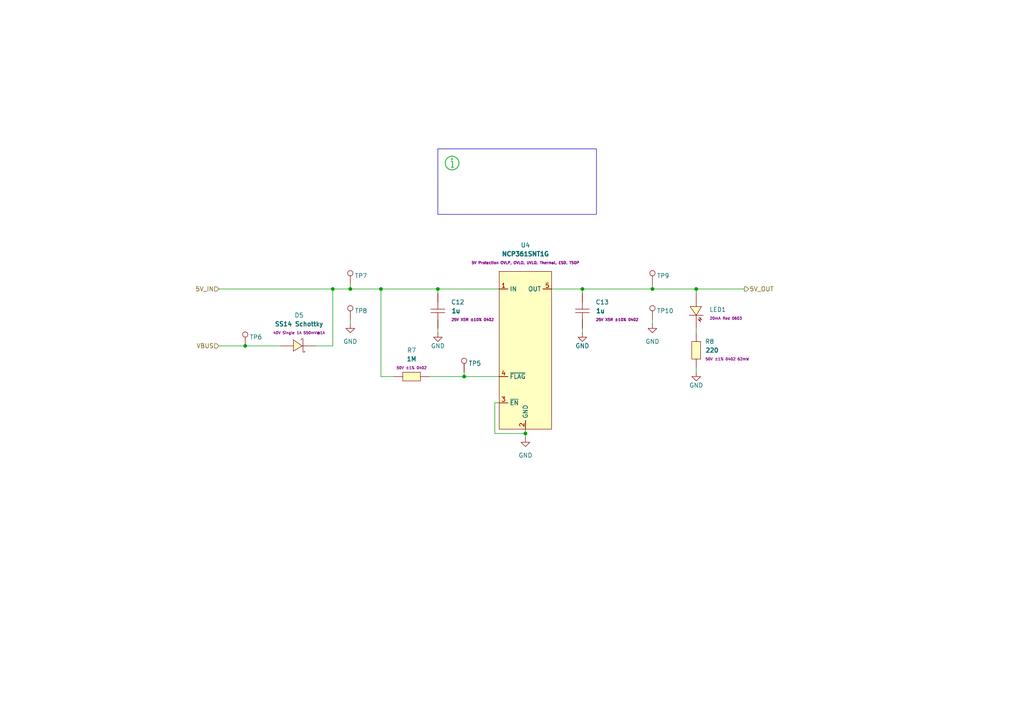
<source format=kicad_sch>
(kicad_sch (version 20231120) (generator "eeschema") (generator_version "8.0")
  (paper "A4")
  (lib_symbols
    (symbol "Connector:TestPoint" (pin_numbers hide) (pin_names (offset 0.762) hide)
      (property "Reference" "TP" (at 0 6.858 0))
      (property "Value" "TestPoint" (at 0 5.08 0))
      (symbol "TestPoint_0_1"
        (circle (center 0 3.302) (radius 0.762))
      )
      (symbol "TestPoint_1_1"
        (pin passive line (at 0 0 90) (length 2.54) (name "1") (number "1"))
      )
    )
    (symbol "EASYEDA2KICAD:C_1uF_X5R_0402" (pin_numbers hide) (pin_names hide)
      (property "Reference" "C" (at 0 8.89 0))
      (property "Value" "1u" (at 0 6.35 0))
      (property "Extra Values" "25V X5R ±10% 0402" (at 0 3.81 0))
      (symbol "C_1uF_X5R_0402_0_1"
        (polyline (pts (xy -0.51 -2.03) (xy -0.51 2.03)))
        (polyline (pts (xy -0.51 0) (xy -2.54 0)))
        (polyline (pts (xy 0.51 2.03) (xy 0.51 -2.03)))
        (polyline (pts (xy 2.54 0) (xy 0.51 0)))
      )
      (symbol "C_1uF_X5R_0402_1_1"
        (pin passive line (at -5.08 0 0) (length 2.54) (name "1") (number "1"))
        (pin passive line (at 5.08 0 180) (length 2.54) (name "2") (number "2"))
      )
    )
    (symbol "EASYEDA2KICAD:D_Schottky_1A_40V" (pin_numbers hide) (pin_names hide)
      (property "Reference" "D" (at 0 8.89 0))
      (property "Value" "SS14 Schottky" (at 0 6.35 0))
      (property "Extra Values" "40V Single 1A 550mV@1A" (at 0 3.81 0))
      (symbol "D_Schottky_1A_40V_0_1"
        (polyline (pts (xy 1.27 1.52) (xy -1.27 0) (xy 1.27 -1.78) (xy 1.27 1.52)) (fill (type background)))
        (polyline (pts (xy -2.03 1.52) (xy -2.03 1.78) (xy -1.52 1.78) (xy -1.52 -2.03) (xy -1.02 -2.03) (xy -1.02 -1.78)))
      )
      (symbol "D_Schottky_1A_40V_1_1"
        (pin passive line (at -5.08 0 0) (length 3.81) (name "K") (number "1"))
        (pin passive line (at 5.08 0 180) (length 3.81) (name "A") (number "2"))
      )
    )
    (symbol "EASYEDA2KICAD:LED_RED_20mA_0603" (pin_numbers hide) (pin_names hide)
      (property "Reference" "LED" (at 0 8.89 0))
      (property "Extra Values" "20mA Red 0603" (at 0 6.35 0))
      (symbol "LED_RED_20mA_0603_0_1"
        (polyline (pts (xy 1.27 -2.03) (xy 1.27 2.03)))
        (polyline (pts (xy 1.778 0.762) (xy 2.286 1.27)))
        (polyline (pts (xy 2.286 0.508) (xy 2.794 1.016)))
        (polyline (pts (xy -1.27 1.52) (xy 1.27 0) (xy -1.27 -1.78) (xy -1.27 1.52)) (fill (type background)))
        (polyline (pts (xy 2.54 1.524) (xy 2.286 1.016) (xy 2.032 1.27) (xy 2.54 1.524)) (fill (type background)))
        (polyline (pts (xy 3.048 1.27) (xy 2.794 0.762) (xy 2.54 1.016) (xy 3.048 1.27)) (fill (type background)))
      )
      (symbol "LED_RED_20mA_0603_1_1"
        (pin passive line (at 5.08 0 180) (length 3.81) (name "K") (number "1"))
        (pin passive line (at -5.08 0 0) (length 3.81) (name "A") (number "2"))
      )
    )
    (symbol "EASYEDA2KICAD:R_1MOhm_0402_62mW" (pin_numbers hide) (pin_names hide)
      (property "Reference" "R" (at 0 7.62 0))
      (property "Value" "1M" (at 0 5.08 0))
      (property "Extra Values" "50V ±1% 0402" (at 0 2.54 0))
      (symbol "R_1MOhm_0402_62mW_0_1"
        (rectangle (start -2.54 1.27) (end 2.54 -1.27) (fill (type background)))
      )
      (symbol "R_1MOhm_0402_62mW_1_1"
        (pin passive line (at -5.08 0 0) (length 2.54) (name "1") (number "1"))
        (pin passive line (at 5.08 0 180) (length 2.54) (name "2") (number "2"))
      )
    )
    (symbol "EASYEDA2KICAD:R_220Ohm_0402_62mW" (pin_numbers hide) (pin_names hide)
      (property "Reference" "R" (at 0 7.62 0))
      (property "Value" "220" (at 0 5.08 0))
      (property "Extra Values" "50V ±1% 0402 62mW" (at 0 2.54 0))
      (symbol "R_220Ohm_0402_62mW_0_1"
        (rectangle (start -2.54 1.27) (end 2.54 -1.27) (fill (type background)))
      )
      (symbol "R_220Ohm_0402_62mW_1_1"
        (pin passive line (at -5.08 0 0) (length 2.54) (name "1") (number "1"))
        (pin passive line (at 5.08 0 180) (length 2.54) (name "2") (number "2"))
      )
    )
    (symbol "EASYEDA2KICAD:U_5V_Protection_IC_TSOP"
      (property "Reference" "U" (at 0 33.02 0))
      (property "Value" "NCP361SNT1G" (at 0 29.21 0))
      (property "Extra Values" "5V Protection OVLP, OVLO, UVLO, Thermal, ESD, TSOP" (at 1.27 25.4 0))
      (symbol "U_5V_Protection_IC_TSOP_0_1"
        (rectangle (start -7.62 22.86) (end 7.62 -22.86) (fill (type background)))
      )
      (symbol "U_5V_Protection_IC_TSOP_1_1"
        (pin power_in line (at -7.62 17.78 0) (length 2.54) (name "IN") (number "1"))
        (pin power_in line (at 0 -22.86 90) (length 2.54) (name "GND") (number "2"))
        (pin input line (at -7.62 -15.24 0) (length 2.54) (name "~{EN}") (number "3"))
        (pin input line (at -7.62 -7.62 0) (length 2.54) (name "~{FLAG}") (number "4"))
        (pin power_out line (at 7.62 17.78 180) (length 2.54) (name "OUT") (number "5"))
      )
    )
    (symbol "power:GND" (power) (pin_numbers hide) (pin_names (offset 0) hide)
      (property "Value" "GND" (at 0 -3.81 0))
      (symbol "GND_0_1"
        (polyline (pts (xy 0 0) (xy 0 -1.27) (xy 1.27 -1.27) (xy 0 -2.54) (xy -1.27 -1.27) (xy 0 -1.27)))
      )
      (symbol "GND_1_1"
        (pin power_in line (at 0 0 270) (length 0) (name "~") (number "1"))
      )
    )
  )
  (junction (at 96.52 83.82))
  (junction (at 71.12 100.33))
  (junction (at 189.23 83.82))
  (junction (at 201.93 83.82))
  (junction (at 134.62 109.22))
  (junction (at 101.6 83.82))
  (junction (at 127 83.82))
  (junction (at 110.49 83.82))
  (junction (at 168.91 83.82))
  (junction (at 152.4 125.73))
  (wire (pts (xy 201.93 85.09) (xy 201.93 83.82)))
  (wire (pts (xy 160.02 83.82) (xy 168.91 83.82)))
  (wire (pts (xy 71.12 100.33) (xy 63.5 100.33)))
  (wire (pts (xy 189.23 82.55) (xy 189.23 83.82)))
  (wire (pts (xy 152.4 125.73) (xy 152.4 127)))
  (wire (pts (xy 201.93 83.82) (xy 215.9 83.82)))
  (wire (pts (xy 63.5 83.82) (xy 96.52 83.82)))
  (wire (pts (xy 127 85.09) (xy 127 83.82)))
  (wire (pts (xy 101.6 82.55) (xy 101.6 83.82)))
  (wire (pts (xy 168.91 83.82) (xy 168.91 85.09)))
  (wire (pts (xy 168.91 83.82) (xy 189.23 83.82)))
  (wire (pts (xy 201.93 107.95) (xy 201.93 106.68)))
  (wire (pts (xy 189.23 93.98) (xy 189.23 92.71)))
  (wire (pts (xy 114.3 109.22) (xy 110.49 109.22)))
  (wire (pts (xy 101.6 83.82) (xy 110.49 83.82)))
  (wire (pts (xy 124.46 109.22) (xy 134.62 109.22)))
  (wire (pts (xy 152.4 124.46) (xy 152.4 125.73)))
  (wire (pts (xy 134.62 107.95) (xy 134.62 109.22)))
  (wire (pts (xy 134.62 109.22) (xy 144.78 109.22)))
  (wire (pts (xy 96.52 83.82) (xy 101.6 83.82)))
  (wire (pts (xy 143.51 116.84) (xy 143.51 125.73)))
  (wire (pts (xy 143.51 125.73) (xy 152.4 125.73)))
  (wire (pts (xy 110.49 83.82) (xy 127 83.82)))
  (wire (pts (xy 127 83.82) (xy 144.78 83.82)))
  (wire (pts (xy 96.52 100.33) (xy 96.52 83.82)))
  (wire (pts (xy 127 96.52) (xy 127 95.25)))
  (wire (pts (xy 110.49 83.82) (xy 110.49 109.22)))
  (wire (pts (xy 143.51 116.84) (xy 144.78 116.84)))
  (wire (pts (xy 101.6 93.98) (xy 101.6 92.71)))
  (wire (pts (xy 189.23 83.82) (xy 201.93 83.82)))
  (wire (pts (xy 91.44 100.33) (xy 96.52 100.33)))
  (wire (pts (xy 168.91 96.52) (xy 168.91 95.25)))
  (wire (pts (xy 201.93 96.52) (xy 201.93 95.25)))
  (polyline (pts (xy 131.1167 45.18) (xy 131.1167 45.18)) (stroke (width -0.0001) (type solid)))
  (wire (pts (xy 71.12 100.33) (xy 81.28 100.33)))
  (polyline (pts (xy 131.1298 46.6355) (xy 131.1428 46.6365) (xy 131.1557 46.6381) (xy 131.1685 46.6403) (xy 131.1812 46.6432) (xy 131.1936 46.6466) (xy 131.2059 46.6507) (xy 131.2179 46.6553) (xy 131.2297 46.6606) (xy 131.2413 46.6664) (xy 131.2525 46.6727) (xy 131.2635 46.6797) (xy 131.2741 46.6871) (xy 131.2843 46.6951) (xy 131.2942 46.7037) (xy 131.3038 46.7127) (xy 131.3128 46.7222) (xy 131.3213 46.7321) (xy 131.3293 46.7424) (xy 131.3368 46.753) (xy 131.3437 46.7639) (xy 131.3501 46.7752) (xy 131.3559 46.7867) (xy 131.3611 46.7985) (xy 131.3658 46.8106) (xy 131.3698 46.8228) (xy 131.3733 46.8353) (xy 131.3761 46.8479) (xy 131.3784 46.8607) (xy 131.38 46.8736) (xy 131.3809 46.8867) (xy 131.3812 46.8998) (xy 131.3812 48.355) (xy 131.6458 48.355) (xy 131.6458 48.6196) (xy 130.8521 48.6196) (xy 130.8521 48.355) (xy 131.1167 48.355) (xy 131.1167 46.8998) (xy 130.7198 46.8998) (xy 130.7198 46.6352) (xy 131.1167 46.6352) (xy 131.1298 46.6355)) (stroke (width -0.0001) (type solid)) (fill (type color) (color 34 187 51 1)))
  (polyline (pts (xy 131.2216 45.1826) (xy 131.3259 45.1904) (xy 131.4292 45.2032) (xy 131.5315 45.221) (xy 131.6326 45.2438) (xy 131.7323 45.2715) (xy 131.8304 45.3039) (xy 131.9267 45.3411) (xy 132.0211 45.3829) (xy 132.1134 45.4294) (xy 132.2034 45.4803) (xy 132.291 45.5356) (xy 132.376 45.5953) (xy 132.4581 45.6593) (xy 132.5373 45.7276) (xy 132.6134 45.8) (xy 132.6858 45.876) (xy 132.754 45.9552) (xy 132.818 46.0374) (xy 132.8777 46.1223) (xy 132.9331 46.2099) (xy 132.984 46.2999) (xy 133.0304 46.3923) (xy 133.0722 46.4867) (xy 133.1094 46.583) (xy 133.1418 46.6811) (xy 133.1695 46.7807) (xy 133.1923 46.8818) (xy 133.2101 46.9841) (xy 133.223 47.0875) (xy 133.2307 47.1917) (xy 133.2333 47.2967) (xy 133.2318 47.3767) (xy 133.2273 47.4561) (xy 133.2199 47.5349) (xy 133.2096 47.6131) (xy 133.1965 47.6904) (xy 133.1805 47.767) (xy 133.1618 47.8426) (xy 133.1404 47.9173) (xy 133.1163 47.991) (xy 133.0896 48.0636) (xy 133.0603 48.135) (xy 133.0284 48.2052) (xy 132.9941 48.2742) (xy 132.9573 48.3418) (xy 132.9182 48.4079) (xy 132.8766 48.4726) (xy 132.8327 48.5358) (xy 132.7866 48.5973) (xy 132.7382 48.6571) (xy 132.6877 48.7152) (xy 132.635 48.7715) (xy 132.5802 48.8259) (xy 132.5234 48.8784) (xy 132.4645 48.9288) (xy 132.4037 48.9772) (xy 132.341 49.0234) (xy 132.2764 49.0675) (xy 132.2099 49.1092) (xy 132.1417 49.1487) (xy 132.0717 49.1857) (xy 132 49.2202) (xy 131.9267 49.2522) (xy 131.7771 49.3077) (xy 131.6253 49.3514) (xy 131.472 49.3834) (xy 131.3177 49.4039) (xy 131.1631 49.4129) (xy 131.0089 49.4106) (xy 130.8555 49.3972) (xy 130.7037 49.3727) (xy 130.5541 49.3372) (xy 130.4073 49.291) (xy 130.2639 49.234) (xy 130.1245 49.1665) (xy 129.9898 49.0886) (xy 129.8604 49.0003) (xy 129.7369 48.9019) (xy 129.62 48.7934) (xy 129.5114 48.6764) (xy 129.413 48.5529) (xy 129.3247 48.4235) (xy 129.2468 48.2888) (xy 129.1793 48.1494) (xy 129.1224 48.006) (xy 129.0761 47.8592) (xy 129.0407 47.7096) (xy 129.0162 47.5578) (xy 129.0027 47.4045) (xy 129.0017 47.3373) (xy 129.265 47.3373) (xy 129.2729 47.4726) (xy 129.2908 47.6076) (xy 129.3188 47.7417) (xy 129.357 47.8745) (xy 129.4056 48.0054) (xy 129.4638 48.1323) (xy 129.5307 48.2533) (xy 129.6057 48.3679) (xy 129.6885 48.476) (xy 129.7786 48.5773) (xy 129.8754 48.6713) (xy 129.9786 48.7579) (xy 130.0877 48.8366) (xy 130.2022 48.9073) (xy 130.3217 48.9695) (xy 130.4456 49.023) (xy 130.5736 49.0674) (xy 130.7052 49.1025) (xy 130.8398 49.128) (xy 130.9772 49.1435) (xy 131.1167 49.1487) (xy 131.2085 49.1465) (xy 131.2997 49.1397) (xy 131.3902 49.1285) (xy 131.4797 49.1128) (xy 131.5681 49.0929) (xy 131.6553 49.0687) (xy 131.7411 49.0403) (xy 131.8254 49.0078) (xy 131.908 48.9712) (xy 131.9888 48.9306) (xy 132.0676 48.886) (xy 132.1442 48.8376) (xy 132.2185 48.7853) (xy 132.2904 48.7293) (xy 132.3597 48.6696) (xy 132.4263 48.6063) (xy 132.4896 48.5397) (xy 132.5493 48.4704) (xy 132.6053 48.3985) (xy 132.6576 48.3242) (xy 132.706 48.2476) (xy 132.7506 48.1688) (xy 132.7912 48.088) (xy 132.8278 48.0054) (xy 132.8603 47.9211) (xy 132.8887 47.8353) (xy 132.9129 47.7481) (xy 132.9328 47.6597) (xy 132.9485 47.5702) (xy 132.9597 47.4797) (xy 132.9665 47.3885) (xy 132.9687 47.2967) (xy 132.9674 47.2267) (xy 132.9635 47.1572) (xy 132.957 47.0882) (xy 132.948 47.0198) (xy 132.9365 46.9521) (xy 132.9225 46.8852) (xy 132.9062 46.819) (xy 132.8874 46.7536) (xy 132.8663 46.6891) (xy 132.843 46.6256) (xy 132.8173 46.5631) (xy 132.7895 46.5017) (xy 132.7594 46.4413) (xy 132.7273 46.3822) (xy 132.693 46.3243) (xy 132.6566 46.2677) (xy 132.6182 46.2125) (xy 132.5779 46.1586) (xy 132.5355 46.1063) (xy 132.4913 46.0554) (xy 132.4452 46.0062) (xy 132.3973 45.9586) (xy 132.3475 45.9127) (xy 132.296 45.8685) (xy 132.2428 45.8262) (xy 132.1879 45.7857) (xy 132.1314 45.7472) (xy 132.0733 45.7107) (xy 132.0136 45.6762) (xy 131.9523 45.6438) (xy 131.8896 45.6136) (xy 131.8254 45.5856) (xy 131.6945 45.537) (xy 131.5617 45.4988) (xy 131.4276 45.4708) (xy 131.2926 45.4529) (xy 131.1573 45.445) (xy 131.0223 45.447) (xy 130.8882 45.4587) (xy 130.7553 45.4802) (xy 130.6244 45.5112) (xy 130.496 45.5517) (xy 130.3705 45.6015) (xy 130.2486 45.6605) (xy 130.1307 45.7287) (xy 130.0175 45.806) (xy 129.9094 45.8921) (xy 129.807 45.987) (xy 129.7121 46.0894) (xy 129.626 46.1975) (xy 129.5487 46.3107) (xy 129.4805 46.4286) (xy 129.4215 46.5505) (xy 129.3717 46.676) (xy 129.3312 46.8044) (xy 129.3002 46.9353) (xy 129.2787 47.0682) (xy 129.267 47.2023) (xy 129.265 47.3373) (xy 129.0017 47.3373) (xy 129.0004 47.2502) (xy 129.0095 47.0956) (xy 129.0299 46.9414) (xy 129.0619 46.788) (xy 129.1056 46.6363) (xy 129.1611 46.4867) (xy 129.2277 46.3416) (xy 129.3041 46.2034) (xy 129.3899 46.0724) (xy 129.4845 45.9488) (xy 129.5874 45.8331) (xy 129.6981 45.7256) (xy 129.816 45.6267) (xy 129.9407 45.5367) (xy 130.0716 45.456) (xy 130.2081 45.3849) (xy 130.3497 45.3237) (xy 130.496 45.2729) (xy 130.6464 45.2328) (xy 130.8003 45.2037) (xy 130.9572 45.186) (xy 131.1167 45.18) (xy 131.2216 45.1826)) (stroke (width -0.0001) (type solid)) (fill (type color) (color 34 187 51 1)))
  (polyline (pts (xy 131.1303 45.8418) (xy 131.1437 45.8428) (xy 131.157 45.8445) (xy 131.17 45.8468) (xy 131.1828 45.8498) (xy 131.1953 45.8534) (xy 131.2076 45.8575) (xy 131.2197 45.8623) (xy 131.2314 45.8675) (xy 131.2428 45.8734) (xy 131.2539 45.8798) (xy 131.2646 45.8866) (xy 131.275 45.894) (xy 131.285 45.9019) (xy 131.2946 45.9102) (xy 131.3038 45.919) (xy 131.3125 45.9281) (xy 131.3208 45.9377) (xy 131.3287 45.9477) (xy 131.3361 45.9581) (xy 131.3429 45.9688) (xy 131.3493 45.9799) (xy 131.3552 45.9913) (xy 131.3605 46.0031) (xy 131.3652 46.0151) (xy 131.3694 46.0274) (xy 131.3729 46.0399) (xy 131.3759 46.0527) (xy 131.3782 46.0657) (xy 131.3799 46.079) (xy 131.3809 46.0924) (xy 131.3812 46.106) (xy 131.3809 46.1197) (xy 131.3799 46.1331) (xy 131.3782 46.1463) (xy 131.3759 46.1594) (xy 131.3729 46.1722) (xy 131.3694 46.1847) (xy 131.3652 46.197) (xy 131.3605 46.209) (xy 131.3552 46.2207) (xy 131.3493 46.2322) (xy 131.3429 46.2432) (xy 131.3361 46.254) (xy 131.3287 46.2643) (xy 131.3208 46.2743) (xy 131.3125 46.2839) (xy 131.3038 46.2931) (xy 131.2946 46.3019) (xy 131.285 46.3102) (xy 131.275 46.3181) (xy 131.2646 46.3254) (xy 131.2539 46.3323) (xy 131.2428 46.3387) (xy 131.2314 46.3445) (xy 131.2197 46.3498) (xy 131.2076 46.3546) (xy 131.1953 46.3587) (xy 131.1828 46.3623) (xy 131.17 46.3652) (xy 131.157 46.3676) (xy 131.1437 46.3693) (xy 131.1303 46.3703) (xy 131.1167 46.3706) (xy 131.1031 46.3703) (xy 131.0896 46.3693) (xy 131.0764 46.3676) (xy 131.0633 46.3652) (xy 131.0505 46.3623) (xy 131.038 46.3587) (xy 131.0257 46.3546) (xy 131.0137 46.3498) (xy 131.002 46.3445) (xy 130.9906 46.3387) (xy 130.9795 46.3323) (xy 130.9687 46.3254) (xy 130.9584 46.3181) (xy 130.9484 46.3102) (xy 130.9388 46.3019) (xy 130.9296 46.2931) (xy 130.9208 46.2839) (xy 130.9125 46.2743) (xy 130.9046 46.2643) (xy 130.8973 46.254) (xy 130.8904 46.2432) (xy 130.884 46.2322) (xy 130.8782 46.2207) (xy 130.8729 46.209) (xy 130.8681 46.197) (xy 130.864 46.1847) (xy 130.8604 46.1722) (xy 130.8575 46.1594) (xy 130.8551 46.1463) (xy 130.8534 46.1331) (xy 130.8524 46.1197) (xy 130.8521 46.106) (xy 130.8524 46.0924) (xy 130.8534 46.079) (xy 130.8551 46.0657) (xy 130.8575 46.0527) (xy 130.8604 46.0399) (xy 130.864 46.0274) (xy 130.8681 46.0151) (xy 130.8729 46.0031) (xy 130.8782 45.9913) (xy 130.884 45.9799) (xy 130.8904 45.9688) (xy 130.8973 45.9581) (xy 130.9046 45.9477) (xy 130.9125 45.9377) (xy 130.9208 45.9281) (xy 130.9296 45.919) (xy 130.9388 45.9102) (xy 130.9484 45.9019) (xy 130.9584 45.894) (xy 130.9687 45.8866) (xy 130.9795 45.8798) (xy 130.9906 45.8734) (xy 131.002 45.8675) (xy 131.0137 45.8623) (xy 131.0257 45.8575) (xy 131.038 45.8534) (xy 131.0505 45.8498) (xy 131.0633 45.8468) (xy 131.0764 45.8445) (xy 131.0896 45.8428) (xy 131.1031 45.8418) (xy 131.1167 45.8415) (xy 131.1303 45.8418)) (stroke (width -0.0001) (type solid)) (fill (type color) (color 34 187 51 1)))
  (rectangle (start 127 43.18) (end 173 62.18))
  (text "Information" (at 135.25 48.68 0) (effects (font (size 3 3)) (justify left)))
  (text "Overvoltage: 5.67V\nUndervoltage: 3V\nMax current: 600mA - 780mA\nMax V_{IN}: 21V" (at 129 52.43 0) (effects (font (size 1.5 1.5)) (justify left top)))
  (hierarchical_label "5V_OUT" (shape output) (at 215.9 83.82 0))
  (hierarchical_label "5V_IN" (shape input) (at 63.5 83.82 180))
  (hierarchical_label "VBUS" (shape input) (at 63.5 100.33 180))
  (symbol (lib_id "EASYEDA2KICAD:C_1uF_X5R_0402") (at 127 90.17 90) (unit 1)
    (property "Reference" "C12" (at 130.81 87.6299 90) (effects (justify right)))
    (property "Value" "1u" (at 130.81 90.17 90) (effects (font (bold yes)) (justify right)))
    (property "Footprint" "EASYEDA2KICAD:C0402" (effects (hide yes)))
    (property "Datasheet" "https://lcsc.com/product-detail/Multilayer-Ceramic-Capacitors-MLCC-SMD-SMT_SAMSUNG_CL05A105KA5NQNC_1uF-105-10-25V_C52923.html" (effects (hide yes)))
    (property "Description" "Multilayer Ceramic Capacitor" (effects (hide yes)))
    (property "LCSC Part" "C52923" (effects (hide yes)))
    (property "Extra Values" "25V X5R ±10% 0402" (at 130.81 92.7099 90) (effects (font (size 0.762 0.762) (bold yes)) (justify right)))
  )
  (symbol (lib_id "EASYEDA2KICAD:LED_RED_20mA_0603") (at 201.93 90.17 270) (unit 1)
    (property "Reference" "LED1" (at 205.74 89.7889 90) (effects (justify left)))
    (property "Value" "LED_RED_20mA_0603" (effects (hide yes)))
    (property "Footprint" "EASYEDA2KICAD:LED0603-RD" (effects (hide yes)))
    (property "Datasheet" "https://lcsc.com/product-detail/Light-Emitting-Diodes-LED_Red-LED-0603_C2286.html" (effects (hide yes)))
    (property "Description" "0603 Smd LED Emitting Color Red" (effects (hide yes)))
    (property "LCSC Part" "C2286" (effects (hide yes)))
    (property "Extra Values" "20mA Red 0603" (at 205.74 92.3289 90) (effects (font (size 0.762 0.762) (bold yes)) (justify left)))
  )
  (symbol (lib_id "Connector:TestPoint") (at 101.6 82.55 0) (unit 1)
    (property "Reference" "TP7" (at 102.87 80.01 0) (effects (justify left)))
    (property "Value" "TestPoint" (effects (hide yes)))
    (property "Footprint" "TestPoint:TestPoint_Keystone_5000-5004_Miniature" (effects (hide yes)))
    (property "Description" "test point" (effects (hide yes)))
  )
  (symbol (lib_id "EASYEDA2KICAD:R_220Ohm_0402_62mW") (at 201.93 101.6 270) (unit 1)
    (property "Reference" "R8" (at 204.47 99.0599 90) (effects (justify left)))
    (property "Value" "220" (at 204.47 101.6 90) (effects (font (bold yes)) (justify left)))
    (property "Footprint" "EASYEDA2KICAD:R0402" (effects (hide yes)))
    (property "Datasheet" "https://lcsc.com/product-detail/Chip-Resistor-Surface-Mount-UniOhm_220R-2200-1_C25091.html" (effects (hide yes)))
    (property "Description" "Thick Film Resistors" (effects (hide yes)))
    (property "LCSC Part" "C25091" (effects (hide yes)))
    (property "Extra Values" "50V ±1% 0402 62mW" (at 204.47 104.1399 90) (effects (font (size 0.762 0.762) (bold yes)) (justify left)))
  )
  (symbol (lib_id "Connector:TestPoint") (at 189.23 82.55 0) (unit 1)
    (property "Reference" "TP9" (at 190.5 80.01 0) (effects (justify left)))
    (property "Value" "TestPoint" (effects (hide yes)))
    (property "Footprint" "TestPoint:TestPoint_Keystone_5000-5004_Miniature" (effects (hide yes)))
    (property "Description" "test point" (effects (hide yes)))
  )
  (symbol (lib_id "EASYEDA2KICAD:R_1MOhm_0402_62mW") (at 119.38 109.22 180) (unit 1)
    (property "Reference" "R7" (at 119.38 101.6 0))
    (property "Value" "1M" (at 119.38 104.14 0) (effects (font (bold yes))))
    (property "Footprint" "EASYEDA2KICAD:R0402" (effects (hide yes)))
    (property "Datasheet" "https://lcsc.com/product-detail/Chip-Resistor-Surface-Mount-UniOhm_1MR-1004-1_C26083.html" (effects (hide yes)))
    (property "Description" "SMD Thick Film Resistor" (effects (hide yes)))
    (property "LCSC Part" "C26083" (effects (hide yes)))
    (property "Extra Values" "50V ±1% 0402" (at 119.38 106.68 0) (effects (font (size 0.762 0.762) (bold yes))))
  )
  (symbol (lib_id "EASYEDA2KICAD:D_Schottky_1A_40V") (at 86.36 100.33 180) (unit 1)
    (property "Reference" "D5" (at 86.74 91.44 0))
    (property "Value" "SS14 Schottky" (at 86.74 93.98 0) (effects (font (bold yes))))
    (property "Footprint" "easyeda2kicad:SMA_L4.2-W2.6-LS5.3-RD" (effects (hide yes)))
    (property "Datasheet" "https://lcsc.com/product-detail/Schottky-Barrier-Diodes-SBD_SS14_C2480.html" (effects (hide yes)))
    (property "Description" "Schottky Barrier Diode" (effects (hide yes)))
    (property "LCSC Part" "C2480" (effects (hide yes)))
    (property "Extra Values" "40V Single 1A 550mV@1A" (at 86.74 96.52 0) (effects (font (size 0.762 0.762) (bold yes))))
  )
  (symbol (lib_id "Connector:TestPoint") (at 134.62 107.95 0) (unit 1)
    (property "Reference" "TP5" (at 135.89 105.41 0) (effects (justify left)))
    (property "Value" "TestPoint" (effects (hide yes)))
    (property "Footprint" "TestPoint:TestPoint_Keystone_5000-5004_Miniature" (effects (hide yes)))
    (property "Description" "test point" (effects (hide yes)))
  )
  (symbol (lib_id "power:GND") (at 201.93 107.95 0) (unit 1)
    (property "Reference" "#PWR029" (effects (hide yes)))
    (property "Value" "GND" (at 201.93 111.76 0))
    (property "Description" "Power symbol creates a global label with name \"GND\" , ground" (effects (hide yes)))
  )
  (symbol (lib_id "power:GND") (at 168.91 96.52 0) (unit 1)
    (property "Reference" "#PWR028" (effects (hide yes)))
    (property "Value" "GND" (at 168.91 100.33 0))
    (property "Description" "Power symbol creates a global label with name \"GND\" , ground" (effects (hide yes)))
  )
  (symbol (lib_id "EASYEDA2KICAD:U_5V_Protection_IC_TSOP") (at 152.4 101.6 0) (unit 1)
    (property "Reference" "U4" (at 152.4 71.12 0))
    (property "Value" "NCP361SNT1G" (at 152.4 73.66 0) (effects (font (bold yes))))
    (property "Footprint" "EASYEDA2KICAD:TSOP-5_L3.0-W1.5-P0.95-BL" (effects (hide yes)))
    (property "Datasheet" "https://lcsc.com/product-detail/PMIC-Supervisors_ON-Semicon_NCP361SNT1G_ON-Semicon-ON-NCP361SNT1G_C233714.html" (effects (hide yes)))
    (property "Description" "USB Positive Overvoltage Protection Controller with Internal PMOS FET and Overcurrent Protection" (effects (hide yes)))
    (property "LCSC Part" "C233714" (effects (hide yes)))
    (property "Extra Values" "5V Protection OVLP, OVLO, UVLO, Thermal, ESD, TSOP" (at 152.4 76.2 0) (effects (font (size 0.762 0.762) (bold yes))))
  )
  (symbol (lib_id "power:GND") (at 152.4 127 0) (unit 1)
    (property "Reference" "#PWR026" (effects (hide yes)))
    (property "Value" "GND" (at 152.4 132.08 0))
    (property "Description" "Power symbol creates a global label with name \"GND\" , ground" (effects (hide yes)))
  )
  (symbol (lib_id "Connector:TestPoint") (at 189.23 92.71 0) (unit 1)
    (property "Reference" "TP10" (at 190.5 90.17 0) (effects (justify left)))
    (property "Value" "TestPoint" (effects (hide yes)))
    (property "Footprint" "TestPoint:TestPoint_Keystone_5000-5004_Miniature" (effects (hide yes)))
    (property "Description" "test point" (effects (hide yes)))
  )
  (symbol (lib_id "power:GND") (at 189.23 93.98 0) (unit 1)
    (property "Reference" "#PWR035" (effects (hide yes)))
    (property "Value" "GND" (at 189.23 99.06 0))
    (property "Description" "Power symbol creates a global label with name \"GND\" , ground" (effects (hide yes)))
  )
  (symbol (lib_id "EASYEDA2KICAD:C_1uF_X5R_0402") (at 168.91 90.17 270) (unit 1)
    (property "Reference" "C13" (at 172.72 87.6299 90) (effects (justify left)))
    (property "Value" "1u" (at 172.72 90.17 90) (effects (font (bold yes)) (justify left)))
    (property "Footprint" "EASYEDA2KICAD:C0402" (effects (hide yes)))
    (property "Datasheet" "https://lcsc.com/product-detail/Multilayer-Ceramic-Capacitors-MLCC-SMD-SMT_SAMSUNG_CL05A105KA5NQNC_1uF-105-10-25V_C52923.html" (effects (hide yes)))
    (property "Description" "Multilayer Ceramic Capacitor" (effects (hide yes)))
    (property "LCSC Part" "C52923" (effects (hide yes)))
    (property "Extra Values" "25V X5R ±10% 0402" (at 172.72 92.7099 90) (effects (font (size 0.762 0.762) (bold yes)) (justify left)))
  )
  (symbol (lib_id "power:GND") (at 127 96.52 0) (unit 1)
    (property "Reference" "#PWR027" (effects (hide yes)))
    (property "Value" "GND" (at 127 100.33 0))
    (property "Description" "Power symbol creates a global label with name \"GND\" , ground" (effects (hide yes)))
  )
  (symbol (lib_id "power:GND") (at 101.6 93.98 0) (unit 1)
    (property "Reference" "#PWR034" (effects (hide yes)))
    (property "Value" "GND" (at 101.6 99.06 0))
    (property "Description" "Power symbol creates a global label with name \"GND\" , ground" (effects (hide yes)))
  )
  (symbol (lib_id "Connector:TestPoint") (at 101.6 92.71 0) (unit 1)
    (property "Reference" "TP8" (at 102.87 90.17 0) (effects (justify left)))
    (property "Value" "TestPoint" (effects (hide yes)))
    (property "Footprint" "TestPoint:TestPoint_Keystone_5000-5004_Miniature" (effects (hide yes)))
    (property "Description" "test point" (effects (hide yes)))
  )
  (symbol (lib_id "Connector:TestPoint") (at 71.12 100.33 0) (unit 1)
    (property "Reference" "TP6" (at 72.39 97.79 0) (effects (justify left)))
    (property "Value" "TestPoint" (effects (hide yes)))
    (property "Footprint" "TestPoint:TestPoint_Keystone_5000-5004_Miniature" (effects (hide yes)))
    (property "Description" "test point" (effects (hide yes)))
  )
)
</source>
